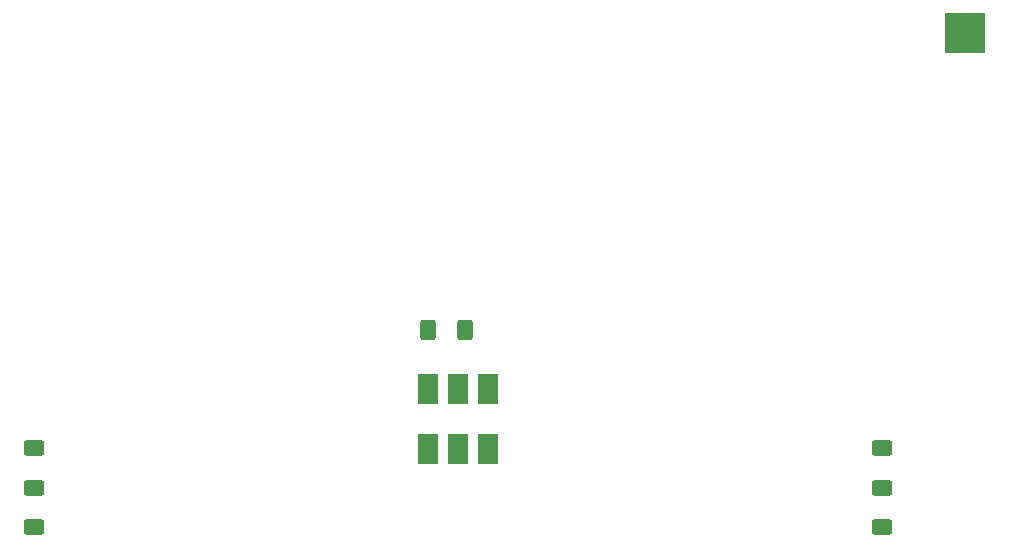
<source format=gbr>
G04 #@! TF.GenerationSoftware,KiCad,Pcbnew,6.0.4-6f826c9f35~116~ubuntu20.04.1*
G04 #@! TF.CreationDate,2022-04-29T13:31:38-04:00*
G04 #@! TF.ProjectId,LWA Cal Test 2022,4c574120-4361-46c2-9054-657374203230,1.3*
G04 #@! TF.SameCoordinates,Original*
G04 #@! TF.FileFunction,Paste,Top*
G04 #@! TF.FilePolarity,Positive*
%FSLAX46Y46*%
G04 Gerber Fmt 4.6, Leading zero omitted, Abs format (unit mm)*
G04 Created by KiCad (PCBNEW 6.0.4-6f826c9f35~116~ubuntu20.04.1) date 2022-04-29 13:31:38*
%MOMM*%
%LPD*%
G01*
G04 APERTURE LIST*
G04 Aperture macros list*
%AMRoundRect*
0 Rectangle with rounded corners*
0 $1 Rounding radius*
0 $2 $3 $4 $5 $6 $7 $8 $9 X,Y pos of 4 corners*
0 Add a 4 corners polygon primitive as box body*
4,1,4,$2,$3,$4,$5,$6,$7,$8,$9,$2,$3,0*
0 Add four circle primitives for the rounded corners*
1,1,$1+$1,$2,$3*
1,1,$1+$1,$4,$5*
1,1,$1+$1,$6,$7*
1,1,$1+$1,$8,$9*
0 Add four rect primitives between the rounded corners*
20,1,$1+$1,$2,$3,$4,$5,0*
20,1,$1+$1,$4,$5,$6,$7,0*
20,1,$1+$1,$6,$7,$8,$9,0*
20,1,$1+$1,$8,$9,$2,$3,0*%
G04 Aperture macros list end*
%ADD10R,1.651000X2.540000*%
%ADD11R,3.450001X3.450001*%
%ADD12RoundRect,0.250000X0.625000X-0.400000X0.625000X0.400000X-0.625000X0.400000X-0.625000X-0.400000X0*%
%ADD13RoundRect,0.250000X-0.625000X0.400000X-0.625000X-0.400000X0.625000X-0.400000X0.625000X0.400000X0*%
%ADD14RoundRect,0.250000X0.400000X0.625000X-0.400000X0.625000X-0.400000X-0.625000X0.400000X-0.625000X0*%
G04 APERTURE END LIST*
D10*
G04 #@! TO.C,H1*
X84683600Y-91363800D03*
X82143600Y-91363800D03*
X79603600Y-91363800D03*
X79603600Y-96443800D03*
X82143600Y-96443800D03*
X84683600Y-96443800D03*
G04 #@! TD*
D11*
G04 #@! TO.C,TP2*
X125069600Y-61264800D03*
G04 #@! TD*
D12*
G04 #@! TO.C,R1*
X46278800Y-99745800D03*
X46278800Y-96391800D03*
G04 #@! TD*
G04 #@! TO.C,R4*
X118008400Y-99745800D03*
X118008400Y-96391800D03*
G04 #@! TD*
D13*
G04 #@! TO.C,R5*
X118008400Y-99745800D03*
X118008400Y-103099800D03*
G04 #@! TD*
G04 #@! TO.C,R2*
X46278800Y-99745800D03*
X46278800Y-103099800D03*
G04 #@! TD*
D14*
G04 #@! TO.C,R3*
X82703600Y-86410800D03*
X79603600Y-86410800D03*
G04 #@! TD*
M02*

</source>
